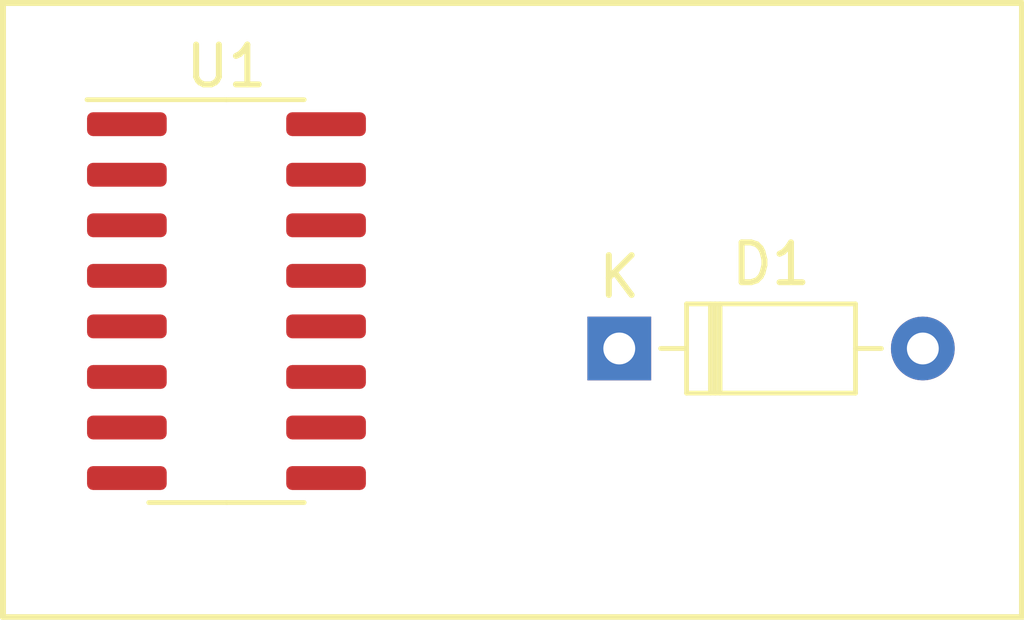
<source format=kicad_pcb>
(kicad_pcb (version 20221018) (generator pcbnew)
  (layers (0 "F.Cu" signal) (31 "B.Cu" signal) (34 "B.Paste" user) (35 "F.Paste" user) (36 "B.SilkS" user "B.Silkscreen") (37 "F.SilkS" user "F.Silkscreen") (38 "B.Mask" user) (39 "F.Mask" user) (44 "Edge.Cuts" user))
  (net 0 "")
  (net 4 "Net-(U1-PGND-Pad15)")
  (net 6 "Net-(U1-PVDD-Pad13)")
  (footprint "Package_SO:SOP-16_3.9x9.9mm_P1.27mm" (layer "F.Cu") (at 137.67 103.07)
    (fp_text reference "U1" (at 0 -5.9) (layer "F.SilkS"))
    (fp_text value "PAM8403D")
    (fp_line (start 0 -5.06) (end -3.5 -5.06) (stroke (width 0.12)) (layer "F.SilkS"))
    (fp_line (start 0 -5.06) (end 1.95 -5.06) (stroke (width 0.12)) (layer "F.SilkS"))
    (fp_line (start 0 5.06) (end -1.95 5.06) (stroke (width 0.12)) (layer "F.SilkS"))
    (fp_line (start 0 5.06) (end 1.95 5.06) (stroke (width 0.12)) (layer "F.SilkS"))
    (pad "1" smd roundrect (at -2.5 -4.445) (size 2 0.6) (layers "F.Cu" "F.Paste" "F.Mask"))
    (pad "2" smd roundrect (at -2.5 -3.175) (size 2 0.6) (layers "F.Cu" "F.Paste" "F.Mask") (net 4 "Net-(U1-PGND-Pad15)"))
    (pad "3" smd roundrect (at -2.5 -1.905) (size 2 0.6) (layers "F.Cu" "F.Paste" "F.Mask"))
    (pad "4" smd roundrect (at -2.5 -0.635) (size 2 0.6) (layers "F.Cu" "F.Paste" "F.Mask") (net 6 "Net-(U1-PVDD-Pad13)"))
    (pad "5" smd roundrect (at -2.5 0.635) (size 2 0.6) (layers "F.Cu" "F.Paste" "F.Mask"))
    (pad "6" smd roundrect (at -2.5 1.905) (size 2 0.6) (layers "F.Cu" "F.Paste" "F.Mask"))
    (pad "7" smd roundrect (at -2.5 3.175) (size 2 0.6) (layers "F.Cu" "F.Paste" "F.Mask"))
    (pad "8" smd roundrect (at -2.5 4.445) (size 2 0.6) (layers "F.Cu" "F.Paste" "F.Mask"))
    (pad "9" smd roundrect (at 2.5 4.445) (size 2 0.6) (layers "F.Cu" "F.Paste" "F.Mask"))
    (pad "10" smd roundrect (at 2.5 3.175) (size 2 0.6) (layers "F.Cu" "F.Paste" "F.Mask"))
    (pad "11" smd roundrect (at 2.5 1.905) (size 2 0.6) (layers "F.Cu" "F.Paste" "F.Mask"))
    (pad "12" smd roundrect (at 2.5 0.635) (size 2 0.6) (layers "F.Cu" "F.Paste" "F.Mask"))
    (pad "13" smd roundrect (at 2.5 -0.635) (size 2 0.6) (layers "F.Cu" "F.Paste" "F.Mask") (net 6 "Net-(U1-PVDD-Pad13)"))
    (pad "14" smd roundrect (at 2.5 -1.905) (size 2 0.6) (layers "F.Cu" "F.Paste" "F.Mask"))
    (pad "15" smd roundrect (at 2.5 -3.175) (size 2 0.6) (layers "F.Cu" "F.Paste" "F.Mask") (net 4 "Net-(U1-PGND-Pad15)"))
    (pad "16" smd roundrect (at 2.5 -4.445) (size 2 0.6) (layers "F.Cu" "F.Paste" "F.Mask"))
  )
  (footprint "Diode_THT:D_DO-35_SOD27_P7.62mm_Horizontal" (layer "F.Cu") (at 147.53 104.26)
    (fp_text reference "D1" (at 3.81 -2.12) (layer "F.SilkS"))
    (fp_text value "BAW75")
    (fp_text user "K" (at 0 -1.8) (layer "F.SilkS"))
    (fp_line (start 1.04 0) (end 1.69 0) (stroke (width 0.12)) (layer "F.SilkS"))
    (fp_line (start 1.69 -1.12) (end 1.69 1.12) (stroke (width 0.12)) (layer "F.SilkS"))
    (fp_line (start 1.69 1.12) (end 5.93 1.12) (stroke (width 0.12)) (layer "F.SilkS"))
    (fp_line (start 2.29 -1.12) (end 2.29 1.12) (stroke (width 0.12)) (layer "F.SilkS"))
    (fp_line (start 2.41 -1.12) (end 2.41 1.12) (stroke (width 0.12)) (layer "F.SilkS"))
    (fp_line (start 2.53 -1.12) (end 2.53 1.12) (stroke (width 0.12)) (layer "F.SilkS"))
    (fp_line (start 5.93 -1.12) (end 1.69 -1.12) (stroke (width 0.12)) (layer "F.SilkS"))
    (fp_line (start 5.93 1.12) (end 5.93 -1.12) (stroke (width 0.12)) (layer "F.SilkS"))
    (fp_line (start 6.58 0) (end 5.93 0) (stroke (width 0.12)) (layer "F.SilkS"))
    (pad "1" thru_hole rect (at 0 0) (size 1.6 1.6) (drill 0.8) (layers "*.Cu" "*.Mask"))
    (pad "2" thru_hole oval (at 7.62 0) (size 1.6 1.6) (drill 0.8) (layers "*.Cu" "*.Mask"))
  )
  (gr_rect (start 132.06 95.58) (end 157.64 111.01) (stroke (width 0.15)) (fill none) (layer "F.SilkS"))
)
</source>
